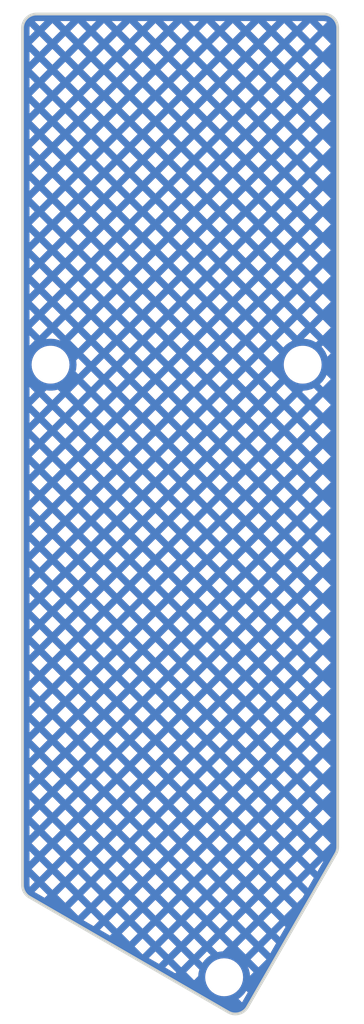
<source format=kicad_pcb>
(kicad_pcb (version 20221018) (generator pcbnew)
  (layers (0 "F.Cu" signal) (31 "B.Cu" signal) (34 "B.Paste" user) (35 "F.Paste" user) (36 "B.SilkS" user "B.Silkscreen") (37 "F.SilkS" user "F.Silkscreen") (38 "B.Mask" user) (39 "F.Mask" user) (44 "Edge.Cuts" user))
  (net 0 "")
  (footprint "one:Hole_2.2mm" (layer "F.Cu") (at 191.5 92.253468)
    (fp_text reference "H3" hide)
    (fp_text value "StandoffHole" hide)
    (pad "" np_thru_hole circle (at 0 0 270) (size 2.2 2.2) (drill 2.2) (layers "F&B.Cu" "*.Mask"))
  )
  (footprint "one:Hole_2.2mm" (layer "F.Cu") (at 203.89201 135.926214)
    (fp_text reference "H1" hide)
    (fp_text value "StandoffHole" hide)
    (pad "" np_thru_hole circle (at 0 0 270) (size 2.2 2.2) (drill 2.2) (layers "F&B.Cu" "*.Mask"))
  )
  (footprint "one:Hole_2.2mm" (layer "F.Cu") (at 209.5 92.253468)
    (fp_text reference "H2" hide)
    (fp_text value "StandoffHole" hide)
    (pad "" np_thru_hole circle (at 0 0 270) (size 2.2 2.2) (drill 2.2) (layers "F&B.Cu" "*.Mask"))
  )
  (gr_line (start 211 67.253468) (end 190.5 67.253468) (stroke (width 0.2)) (layer "Edge.Cuts"))
  (gr_line (start 205.557073 138.042239) (end 211.866025 127.114814) (stroke (width 0.2)) (layer "Edge.Cuts"))
  (gr_line (start 212 126.614814) (end 212 68.253468) (stroke (width 0.2)) (layer "Edge.Cuts"))
  (gr_arc (start 189.5 68.253468) (mid 189.79289 67.546356) (end 190.5 67.253468) (stroke (width 0.2)) (layer "Edge.Cuts"))
  (gr_arc (start 212 126.614814) (mid 211.965937 126.873638) (end 211.866025 127.114814) (stroke (width 0.2)) (layer "Edge.Cuts"))
  (gr_arc (start 190 130.215059) (mid 189.633985 129.849032) (end 189.5 129.349034) (stroke (width 0.2)) (layer "Edge.Cuts"))
  (gr_line (start 190 130.215059) (end 204.191048 138.408265) (stroke (width 0.2)) (layer "Edge.Cuts"))
  (gr_arc (start 205.557073 138.042239) (mid 204.949862 138.508206) (end 204.191048 138.408265) (stroke (width 0.2)) (layer "Edge.Cuts"))
  (gr_arc (start 211 67.253468) (mid 211.707104 67.546362) (end 212 68.253468) (stroke (width 0.2)) (layer "Edge.Cuts"))
  (gr_line (start 189.5 68.253468) (end 189.5 129.349034) (stroke (width 0.2)) (layer "Edge.Cuts"))
  (zone (net 0) (net_name "") (layers "F&B.Cu") (connect_pads (clearance 0.2)) (min_thickness 0.25) (fill yes (mode hatch) (thermal_gap 0.5) (thermal_bridge_width 0.5) (island_removal_mode 1) (island_area_min 10) (hatch_thickness 0.5) (hatch_gap 0.8) (hatch_orientation 45) (hatch_border_algorithm hatch_thickness) (hatch_min_hole_area 0.3))
    (polygon (pts (xy 213.89201 66.253468) (xy 187.89201 66.253468) (xy 187.89201 139.253468) (xy 213.89201 139.253468)))
  )
)
</source>
